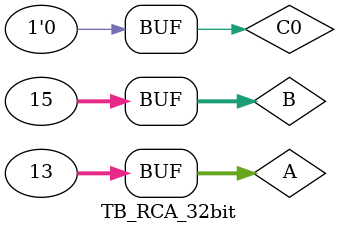
<source format=v>

module TB_RCA_32bit();

reg [31:0]A, B; 
reg [0:0]C0; //single bit

wire [32:0]Sum; // sum = A + B + cin


RCA_4bit UUT ( 	.A(A),
		.B(B), 
		.cin(C0), 
		.S(Sum));

initial 
begin

A = 30'd19999; B = 30'd112345; C0 = 1'b1; 

#100 
A = 16'd15; B = 16'd15; C0 = 1'b1; 

#100 
A = 4'd11; B = 4'd10; C0 = 1'b0; 

#100 
A = 4'd0; B = 4'd0; C0 = 1'b1; 

#100 
A = 4'd5; B = 4'd7; C0 = 1'b0; 

#100 
A = 4'd8; B = 4'd4; C0 = 1'b0; 

#100 
A = 4'd1; B = 4'd15; C0 = 1'b1; 

#100 
A = 4'd8; B = 4'd9; C0 = 1'b0; 

#100 
A = 4'd3; B = 4'd7; C0 = 1'b1; 

#100 
A = 4'd4; B = 4'd1; C0 = 1'b1; 

#100 
A = 4'd13; B = 4'd15; C0 = 1'b0; 


end




endmodule 
</source>
